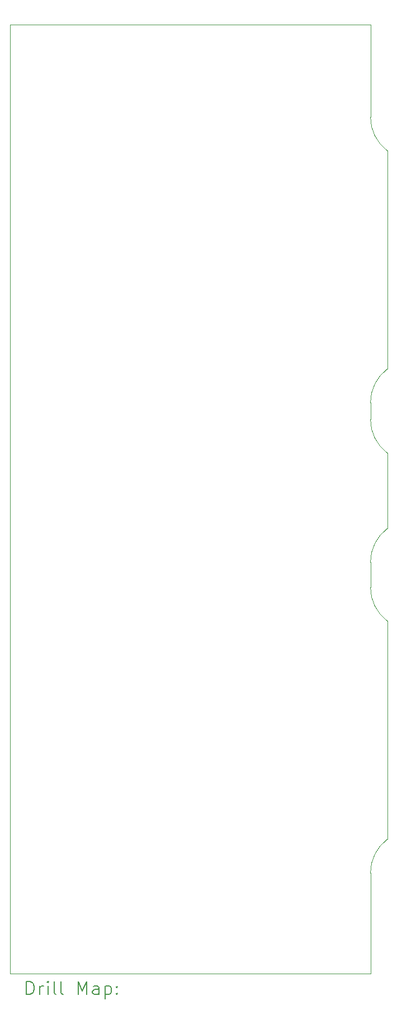
<source format=gbr>
%TF.GenerationSoftware,KiCad,Pcbnew,(6.0.11)*%
%TF.CreationDate,2023-02-25T23:46:15+01:00*%
%TF.ProjectId,mem-decoder,6d656d2d-6465-4636-9f64-65722e6b6963,rev?*%
%TF.SameCoordinates,Original*%
%TF.FileFunction,Drillmap*%
%TF.FilePolarity,Positive*%
%FSLAX45Y45*%
G04 Gerber Fmt 4.5, Leading zero omitted, Abs format (unit mm)*
G04 Created by KiCad (PCBNEW (6.0.11)) date 2023-02-25 23:46:15*
%MOMM*%
%LPD*%
G01*
G04 APERTURE LIST*
%ADD10C,0.100000*%
%ADD11C,0.200000*%
G04 APERTURE END LIST*
D10*
X13335000Y-11049000D02*
G75*
G03*
X13589000Y-11557000I635000J0D01*
G01*
X13335000Y-8509000D02*
G75*
G03*
X13589000Y-9017000I635000J0D01*
G01*
X13335000Y-3937000D02*
G75*
G03*
X13589000Y-4445000I635000J0D01*
G01*
X13335000Y-8509000D02*
X13335000Y-8255000D01*
X13589000Y-7747000D02*
G75*
G03*
X13335000Y-8255000I381000J-508000D01*
G01*
X13589000Y-10160000D02*
G75*
G03*
X13335000Y-10668000I381000J-508000D01*
G01*
X13589000Y-14859000D02*
G75*
G03*
X13335000Y-15367000I381000J-508000D01*
G01*
X7874000Y-2540000D02*
X7874000Y-3556000D01*
X13335000Y-2540000D02*
X7874000Y-2540000D01*
X13335000Y-2667000D02*
X13335000Y-2540000D01*
X13335000Y-3937000D02*
X13335000Y-2667000D01*
X13589000Y-7747000D02*
X13589000Y-4445000D01*
X13589000Y-10160000D02*
X13589000Y-9017000D01*
X13335000Y-11049000D02*
X13335000Y-10668000D01*
X13589000Y-14859000D02*
X13589000Y-11557000D01*
X13335000Y-16891000D02*
X13335000Y-15367000D01*
X9525000Y-16891000D02*
X13335000Y-16891000D01*
X7874000Y-16891000D02*
X9525000Y-16891000D01*
X7874000Y-16383000D02*
X7874000Y-16891000D01*
X7874000Y-13335000D02*
X7874000Y-16383000D01*
X7874000Y-10668000D02*
X7874000Y-13335000D01*
X7874000Y-7366000D02*
X7874000Y-10668000D01*
X7874000Y-3937000D02*
X7874000Y-7366000D01*
X7874000Y-3556000D02*
X7874000Y-3937000D01*
D11*
X8126619Y-17206476D02*
X8126619Y-17006476D01*
X8174238Y-17006476D01*
X8202809Y-17016000D01*
X8221857Y-17035048D01*
X8231381Y-17054095D01*
X8240905Y-17092190D01*
X8240905Y-17120762D01*
X8231381Y-17158857D01*
X8221857Y-17177905D01*
X8202809Y-17196952D01*
X8174238Y-17206476D01*
X8126619Y-17206476D01*
X8326619Y-17206476D02*
X8326619Y-17073143D01*
X8326619Y-17111238D02*
X8336143Y-17092190D01*
X8345667Y-17082667D01*
X8364714Y-17073143D01*
X8383762Y-17073143D01*
X8450429Y-17206476D02*
X8450429Y-17073143D01*
X8450429Y-17006476D02*
X8440905Y-17016000D01*
X8450429Y-17025524D01*
X8459952Y-17016000D01*
X8450429Y-17006476D01*
X8450429Y-17025524D01*
X8574238Y-17206476D02*
X8555190Y-17196952D01*
X8545667Y-17177905D01*
X8545667Y-17006476D01*
X8679000Y-17206476D02*
X8659952Y-17196952D01*
X8650429Y-17177905D01*
X8650429Y-17006476D01*
X8907571Y-17206476D02*
X8907571Y-17006476D01*
X8974238Y-17149333D01*
X9040905Y-17006476D01*
X9040905Y-17206476D01*
X9221857Y-17206476D02*
X9221857Y-17101714D01*
X9212333Y-17082667D01*
X9193286Y-17073143D01*
X9155190Y-17073143D01*
X9136143Y-17082667D01*
X9221857Y-17196952D02*
X9202810Y-17206476D01*
X9155190Y-17206476D01*
X9136143Y-17196952D01*
X9126619Y-17177905D01*
X9126619Y-17158857D01*
X9136143Y-17139810D01*
X9155190Y-17130286D01*
X9202810Y-17130286D01*
X9221857Y-17120762D01*
X9317095Y-17073143D02*
X9317095Y-17273143D01*
X9317095Y-17082667D02*
X9336143Y-17073143D01*
X9374238Y-17073143D01*
X9393286Y-17082667D01*
X9402810Y-17092190D01*
X9412333Y-17111238D01*
X9412333Y-17168381D01*
X9402810Y-17187429D01*
X9393286Y-17196952D01*
X9374238Y-17206476D01*
X9336143Y-17206476D01*
X9317095Y-17196952D01*
X9498048Y-17187429D02*
X9507571Y-17196952D01*
X9498048Y-17206476D01*
X9488524Y-17196952D01*
X9498048Y-17187429D01*
X9498048Y-17206476D01*
X9498048Y-17082667D02*
X9507571Y-17092190D01*
X9498048Y-17101714D01*
X9488524Y-17092190D01*
X9498048Y-17082667D01*
X9498048Y-17101714D01*
M02*

</source>
